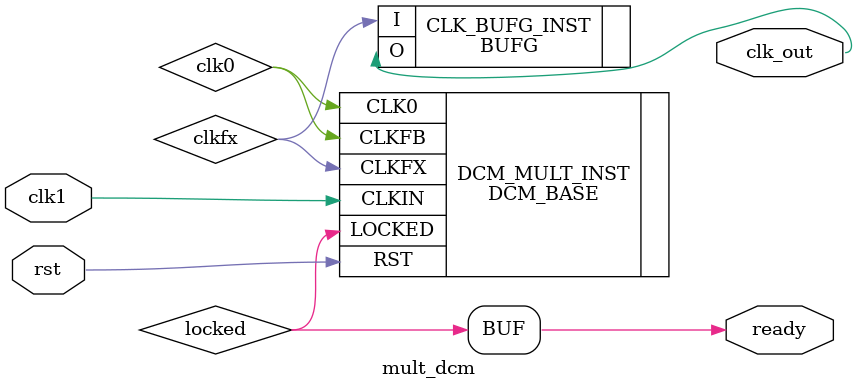
<source format=v>
`timescale 1ns / 1ps
`default_nettype none
module mult_dcm(//outputs
						clk_out, ready,
						//inputs
						clk1, rst );
	
	parameter FREQ = 1;
	
	//outputs
	output clk_out; //1*freq MHz
	output ready;
	
	//inputs
	input clk1; //1MHz clock
	input rst; // Asynchronous active High reset
	 
	wire locked, clk0, clkfx;
	
	assign ready = locked;

	BUFG CLK_BUFG_INST (.I(clkfx),
								 .O(clk_out));
								 
	DCM_BASE DCM_MULT_INST (.CLKIN(clk1),
								 .CLKFB(clk0),
								 .CLK0(clk0),
								 .RST(rst),
								 .CLKFX(clkfx),
								 .LOCKED(locked));
								 
	defparam DCM_MULT_INST.CLKFX_MULTIPLY = FREQ;
	defparam DCM_MULT_INST.CLKFX_DIVIDE = 1;
	defparam DCM_MULT_INST.CLK_FEEDBACK = "1X";
	defparam DCM_MULT_INST.CLKIN_PERIOD = 1000; //clk1's period in ns
	defparam DCM_MULT_INST.CLKOUT_PHASE_SHIFT = "NONE";
	defparam DCM_MULT_INST.DESKEW_ADJUST = "SYSTEM_SYNCHRONOUS";
	defparam DCM_MULT_INST.DFS_FREQUENCY_MODE = "LOW";
	defparam DCM_MULT_INST.DLL_FREQUENCY_MODE = "LOW";
	defparam DCM_MULT_INST.DUTY_CYCLE_CORRECTION = "TRUE";
	defparam DCM_MULT_INST.FACTORY_JF = 16'hF0F0;
	defparam DCM_MULT_INST.PHASE_SHIFT = 0;
	defparam DCM_MULT_INST.STARTUP_WAIT = "TRUE";

endmodule

</source>
